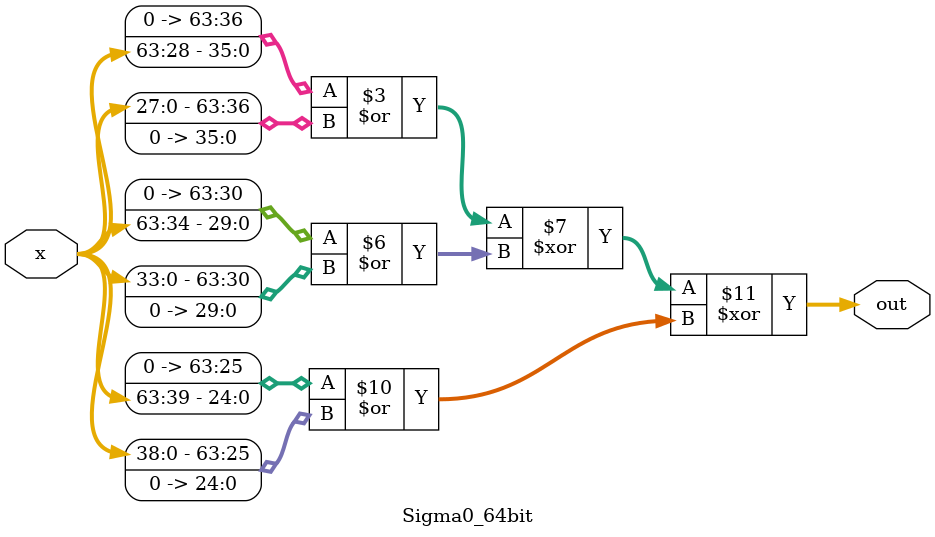
<source format=v>
module Sigma0_64bit (
    input  wire [63:0] x,     // Input 64-bit word
    output wire [63:0] out // Output of σ₀
);

    // Compute σ₀ directly
    

    assign out = ((x >> 28) | (x << 36)) ^  // (x rightrotate 28)
                    ((x >> 34) | (x << 30)) ^  // (x rightrotate 34)
                    ((x >> 39) | (x << 25));   // (x rightrotate 39)
endmodule
</source>
